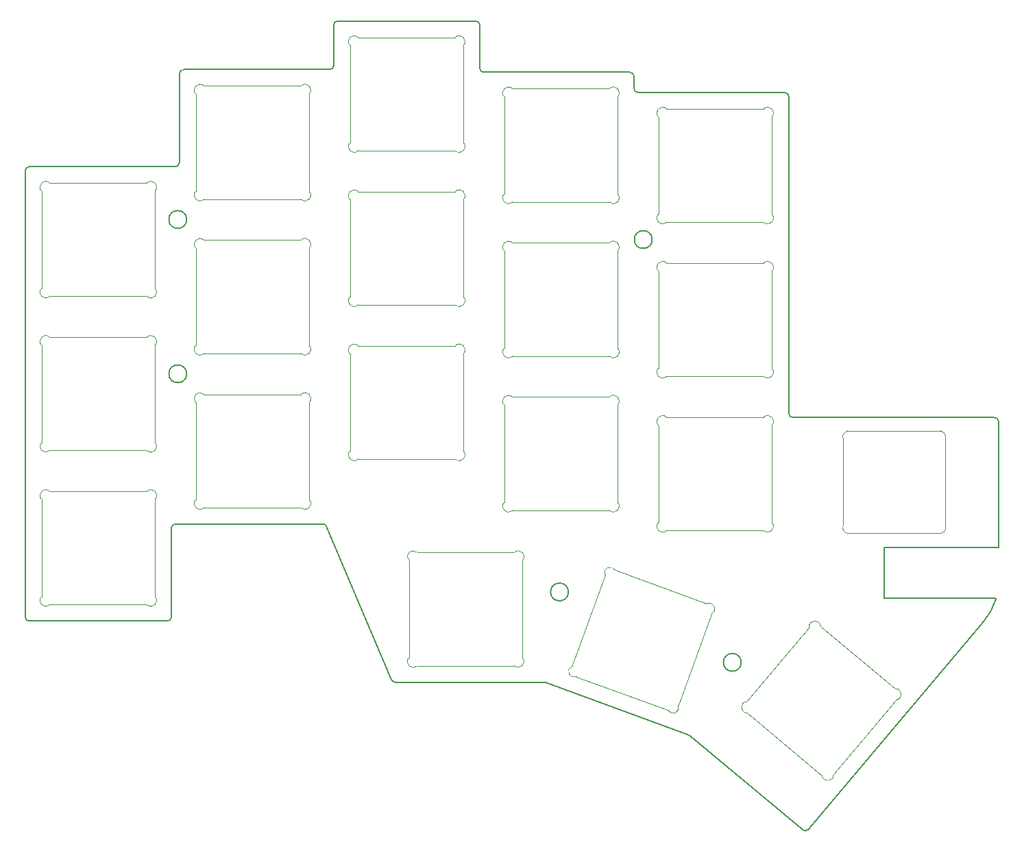
<source format=gm1>
%TF.GenerationSoftware,KiCad,Pcbnew,7.0.9*%
%TF.CreationDate,2024-06-07T00:05:01+05:30*%
%TF.ProjectId,UniFi - Plate,556e6946-6920-42d2-9050-6c6174652e6b,rev?*%
%TF.SameCoordinates,Original*%
%TF.FileFunction,Profile,NP*%
%FSLAX46Y46*%
G04 Gerber Fmt 4.6, Leading zero omitted, Abs format (unit mm)*
G04 Created by KiCad (PCBNEW 7.0.9) date 2024-06-07 00:05:01*
%MOMM*%
%LPD*%
G01*
G04 APERTURE LIST*
%TA.AperFunction,Profile*%
%ADD10C,0.200000*%
%TD*%
%TA.AperFunction,Profile*%
%ADD11C,0.100000*%
%TD*%
G04 APERTURE END LIST*
D10*
X138853554Y-56335046D02*
G75*
G03*
X138353553Y-55835046I-499954J46D01*
G01*
X119803553Y-55335046D02*
X119803553Y-49996447D01*
X145902719Y-137886080D02*
G75*
G03*
X145439608Y-137644995I-1146919J-1637820D01*
G01*
X127391965Y-131196447D02*
X118064444Y-131196447D01*
X119803553Y-49996447D02*
G75*
G03*
X119303553Y-49496447I-499953J47D01*
G01*
X158000000Y-98000000D02*
G75*
G03*
X158500000Y-98500000I500000J0D01*
G01*
X83203553Y-55496447D02*
X91728553Y-55496447D01*
X119803555Y-55335046D02*
G75*
G03*
X120303552Y-55835045I500045J46D01*
G01*
X101253554Y-55496454D02*
G75*
G03*
X101753554Y-54996447I-154J500154D01*
G01*
X108910225Y-130891561D02*
X100882773Y-111951332D01*
X83600000Y-74025000D02*
G75*
G03*
X83600000Y-74025000I-1100000J0D01*
G01*
X91728553Y-111646446D02*
X82203553Y-111646446D01*
X148971433Y-58350000D02*
X157496433Y-58350000D01*
X183900000Y-105900000D02*
X183900000Y-114550000D01*
X129828553Y-55835046D02*
X138353553Y-55835046D01*
X181674447Y-124137024D02*
X181989419Y-123782099D01*
X110778553Y-49496447D02*
X119303553Y-49496447D01*
X139353553Y-58335046D02*
X148971433Y-58350000D01*
X83203553Y-55496453D02*
G75*
G03*
X82703553Y-55996447I-153J-499847D01*
G01*
X108910212Y-130891566D02*
G75*
G03*
X109370584Y-131196447I460388J195166D01*
G01*
X127909601Y-131264601D02*
G75*
G03*
X127391965Y-131196447I-517601J-1931399D01*
G01*
X102253553Y-49496447D02*
X110778553Y-49496447D01*
X82703553Y-66996447D02*
X82703553Y-55996447D01*
X183900000Y-105900000D02*
X183900000Y-99000000D01*
X130750000Y-120050000D02*
G75*
G03*
X130750000Y-120050000I-1100000J0D01*
G01*
X169800000Y-120850000D02*
X169800000Y-114550000D01*
X72678553Y-123646447D02*
X64153553Y-123646447D01*
X83600000Y-93100000D02*
G75*
G03*
X83600000Y-93100000I-1100000J0D01*
G01*
X152100000Y-128750000D02*
G75*
G03*
X152100000Y-128750000I-1100000J0D01*
G01*
X183900000Y-99000000D02*
G75*
G03*
X183400000Y-98500000I-500000J0D01*
G01*
X169800000Y-120850000D02*
X183600000Y-120850000D01*
X82203553Y-67496452D02*
G75*
G03*
X82703552Y-66996448I47J499952D01*
G01*
X81203554Y-123646454D02*
G75*
G03*
X81703554Y-123146447I-154J500154D01*
G01*
X141100000Y-76503600D02*
G75*
G03*
X141100000Y-76503600I-1100000J0D01*
G01*
X63653553Y-123146447D02*
X63653553Y-67996448D01*
X183400000Y-98500000D02*
X158500000Y-98500000D01*
X181991907Y-123784247D02*
G75*
G03*
X183590708Y-120847284I-5955107J5145447D01*
G01*
X64153553Y-67496447D02*
X72678553Y-67496447D01*
X120303553Y-55835046D02*
X129828553Y-55835046D01*
X91728553Y-55496447D02*
X101253554Y-55496447D01*
X183900000Y-114550000D02*
X169800000Y-114550000D01*
X159685028Y-149454925D02*
X159500000Y-149300000D01*
X82203553Y-111646454D02*
G75*
G03*
X81703554Y-112146447I-153J-499846D01*
G01*
X138853554Y-57835046D02*
G75*
G03*
X139353553Y-58335046I500046J46D01*
G01*
X100882791Y-111951325D02*
G75*
G03*
X100422413Y-111646447I-460391J-195175D01*
G01*
X181674447Y-124137024D02*
X160389445Y-149393296D01*
X81703554Y-112146446D02*
X81703554Y-123146447D01*
X157996433Y-58853567D02*
G75*
G03*
X157496433Y-58353567I-499933J67D01*
G01*
X101753553Y-54996447D02*
X101753553Y-49996447D01*
X118064444Y-131196447D02*
X109370584Y-131196447D01*
X81203554Y-123646447D02*
X72678553Y-123646447D01*
X157996433Y-58853567D02*
X158000000Y-98000000D01*
X159685009Y-149454948D02*
G75*
G03*
X160389444Y-149393295I321391J383048D01*
G01*
X72678553Y-67496447D02*
X82203553Y-67496447D01*
X64153553Y-67496353D02*
G75*
G03*
X63653553Y-67996447I47J-500047D01*
G01*
X145439608Y-137644995D02*
X127909603Y-131264595D01*
X159500000Y-149300000D02*
X145902721Y-137886077D01*
X63653553Y-123146447D02*
G75*
G03*
X64153553Y-123646447I500047J47D01*
G01*
X138853553Y-56335046D02*
X138853553Y-57835046D01*
X100422414Y-111646446D02*
X91728553Y-111646446D01*
X102253553Y-49496453D02*
G75*
G03*
X101753553Y-49996447I-153J-499847D01*
G01*
D11*
%TO.C,REF\u002A\u002A*%
X141878600Y-111460000D02*
X141878600Y-99460000D01*
X142878600Y-98460000D02*
X154878600Y-98460000D01*
X154878600Y-112460000D02*
X142878600Y-112460000D01*
X155878600Y-99460000D02*
X155878600Y-111460000D01*
X142878599Y-98460001D02*
G75*
G03*
X141878601Y-99459999I-499999J-499999D01*
G01*
X141878601Y-111460001D02*
G75*
G03*
X142878599Y-112459999I499999J-499999D01*
G01*
X155878599Y-99459999D02*
G75*
G03*
X154878601Y-98460001I-499999J499999D01*
G01*
X154878601Y-112459999D02*
G75*
G03*
X155878599Y-111460001I499999J499999D01*
G01*
X103778600Y-102621400D02*
X103778600Y-90621400D01*
X104778600Y-89621400D02*
X116778600Y-89621400D01*
X116778600Y-103621400D02*
X104778600Y-103621400D01*
X117778600Y-90621400D02*
X117778600Y-102621400D01*
X104778599Y-89621401D02*
G75*
G03*
X103778601Y-90621399I-499999J-499999D01*
G01*
X103778601Y-102621401D02*
G75*
G03*
X104778599Y-103621399I499999J-499999D01*
G01*
X117778599Y-90621399D02*
G75*
G03*
X116778601Y-89621401I-499999J499999D01*
G01*
X116778601Y-103621399D02*
G75*
G03*
X117778599Y-102621401I499999J499999D01*
G01*
X111064600Y-128171400D02*
X111064600Y-116171400D01*
X112064600Y-115171400D02*
X124064600Y-115171400D01*
X124064600Y-129171400D02*
X112064600Y-129171400D01*
X125064600Y-116171400D02*
X125064600Y-128171400D01*
X112064599Y-115171401D02*
G75*
G03*
X111064601Y-116171399I-499999J-499999D01*
G01*
X111064601Y-128171401D02*
G75*
G03*
X112064599Y-129171399I499999J-499999D01*
G01*
X125064599Y-116171399D02*
G75*
G03*
X124064601Y-115171401I-499999J499999D01*
G01*
X124064601Y-129171399D02*
G75*
G03*
X125064599Y-128171401I499999J499999D01*
G01*
X103778600Y-64521400D02*
X103778600Y-52521400D01*
X104778600Y-51521400D02*
X116778600Y-51521400D01*
X116778600Y-65521400D02*
X104778600Y-65521400D01*
X117778600Y-52521400D02*
X117778600Y-64521400D01*
X104778599Y-51521401D02*
G75*
G03*
X103778601Y-52521399I-499999J-499999D01*
G01*
X103778601Y-64521401D02*
G75*
G03*
X104778599Y-65521399I499999J-499999D01*
G01*
X117778599Y-52521399D02*
G75*
G03*
X116778601Y-51521401I-499999J499999D01*
G01*
X116778601Y-65521399D02*
G75*
G03*
X117778599Y-64521401I499999J499999D01*
G01*
X141878600Y-73360000D02*
X141878600Y-61360000D01*
X142878600Y-60360000D02*
X154878600Y-60360000D01*
X154878600Y-74360000D02*
X142878600Y-74360000D01*
X155878600Y-61360000D02*
X155878600Y-73360000D01*
X142878599Y-60360001D02*
G75*
G03*
X141878601Y-61359999I-499999J-499999D01*
G01*
X141878601Y-73360001D02*
G75*
G03*
X142878599Y-74359999I499999J-499999D01*
G01*
X155878599Y-61359999D02*
G75*
G03*
X154878601Y-60360001I-499999J499999D01*
G01*
X154878601Y-74359999D02*
G75*
G03*
X155878599Y-73360001I499999J499999D01*
G01*
X122828600Y-70860000D02*
X122828600Y-58860000D01*
X123828600Y-57860000D02*
X135828600Y-57860000D01*
X135828600Y-71860000D02*
X123828600Y-71860000D01*
X136828600Y-58860000D02*
X136828600Y-70860000D01*
X123828599Y-57860001D02*
G75*
G03*
X122828601Y-58859999I-499999J-499999D01*
G01*
X122828601Y-70860001D02*
G75*
G03*
X123828599Y-71859999I499999J-499999D01*
G01*
X136828599Y-58859999D02*
G75*
G03*
X135828601Y-57860001I-499999J499999D01*
G01*
X135828601Y-71859999D02*
G75*
G03*
X136828599Y-70860001I499999J499999D01*
G01*
X141878600Y-92410000D02*
X141878600Y-80410000D01*
X142878600Y-79410000D02*
X154878600Y-79410000D01*
X154878600Y-93410000D02*
X142878600Y-93410000D01*
X155878600Y-80410000D02*
X155878600Y-92410000D01*
X142878599Y-79410001D02*
G75*
G03*
X141878601Y-80409999I-499999J-499999D01*
G01*
X141878601Y-92410001D02*
G75*
G03*
X142878599Y-93409999I499999J-499999D01*
G01*
X155878599Y-80409999D02*
G75*
G03*
X154878601Y-79410001I-499999J499999D01*
G01*
X154878601Y-93409999D02*
G75*
G03*
X155878599Y-92410001I499999J499999D01*
G01*
X161903247Y-124280963D02*
X171095780Y-131994415D01*
X171219037Y-133403247D02*
X163505585Y-142595780D01*
X152780963Y-133596753D02*
X160494415Y-124404220D01*
X162096753Y-142719037D02*
X152904220Y-135005585D01*
X171219037Y-133403246D02*
G75*
G03*
X171095780Y-131994416I-61629J704415D01*
G01*
X161903246Y-124280963D02*
G75*
G03*
X160494416Y-124404220I-704415J-61629D01*
G01*
X162096754Y-142719037D02*
G75*
G03*
X163505584Y-142595780I704415J61629D01*
G01*
X152780963Y-133596754D02*
G75*
G03*
X152904220Y-135005584I61629J-704415D01*
G01*
X122828600Y-89910000D02*
X122828600Y-77910000D01*
X123828600Y-76910000D02*
X135828600Y-76910000D01*
X135828600Y-90910000D02*
X123828600Y-90910000D01*
X136828600Y-77910000D02*
X136828600Y-89910000D01*
X123828599Y-76910001D02*
G75*
G03*
X122828601Y-77909999I-499999J-499999D01*
G01*
X122828601Y-89910001D02*
G75*
G03*
X123828599Y-90909999I499999J-499999D01*
G01*
X136828599Y-77909999D02*
G75*
G03*
X135828601Y-76910001I-499999J499999D01*
G01*
X135828601Y-90909999D02*
G75*
G03*
X136828599Y-89910001I499999J499999D01*
G01*
X65678600Y-101571400D02*
X65678600Y-89571400D01*
X66678600Y-88571400D02*
X78678600Y-88571400D01*
X78678600Y-102571400D02*
X66678600Y-102571400D01*
X79678600Y-89571400D02*
X79678600Y-101571400D01*
X66678599Y-88571401D02*
G75*
G03*
X65678601Y-89571399I-499999J-499999D01*
G01*
X65678601Y-101571401D02*
G75*
G03*
X66678599Y-102571399I499999J-499999D01*
G01*
X79678599Y-89571399D02*
G75*
G03*
X78678601Y-88571401I-499999J499999D01*
G01*
X78678601Y-102571399D02*
G75*
G03*
X79678599Y-101571401I499999J499999D01*
G01*
X131170031Y-129244015D02*
X135274273Y-117967703D01*
X136555985Y-117370031D02*
X147832297Y-121474273D01*
X143044015Y-134629969D02*
X131767703Y-130525727D01*
X148429969Y-122755985D02*
X144325727Y-134032297D01*
X136555985Y-117370031D02*
G75*
G03*
X135274273Y-117967703I-640856J-298836D01*
G01*
X131170031Y-129244015D02*
G75*
G03*
X131767703Y-130525727I298836J-640856D01*
G01*
X148429969Y-122755985D02*
G75*
G03*
X147832297Y-121474273I-298836J640856D01*
G01*
X143044015Y-134629969D02*
G75*
G03*
X144325727Y-134032297I640856J298836D01*
G01*
X164700000Y-111800000D02*
X164700000Y-101200000D01*
X165700000Y-100200000D02*
X176300000Y-100200000D01*
X176300000Y-112800000D02*
X165700000Y-112800000D01*
X177300000Y-101200000D02*
X177300000Y-111800000D01*
X165700000Y-100200001D02*
G75*
G03*
X164700001Y-101200000I-299999J-700000D01*
G01*
X164700001Y-111800000D02*
G75*
G03*
X165700000Y-112799999I700000J-299999D01*
G01*
X177300000Y-101200000D02*
G75*
G03*
X176300000Y-100200000I-700000J300000D01*
G01*
X176300000Y-112800000D02*
G75*
G03*
X177300000Y-111800000I300000J700000D01*
G01*
X84728600Y-89571400D02*
X84728600Y-77571400D01*
X85728600Y-76571400D02*
X97728600Y-76571400D01*
X97728600Y-90571400D02*
X85728600Y-90571400D01*
X98728600Y-77571400D02*
X98728600Y-89571400D01*
X85728599Y-76571401D02*
G75*
G03*
X84728601Y-77571399I-499999J-499999D01*
G01*
X84728601Y-89571401D02*
G75*
G03*
X85728599Y-90571399I499999J-499999D01*
G01*
X98728599Y-77571399D02*
G75*
G03*
X97728601Y-76571401I-499999J499999D01*
G01*
X97728601Y-90571399D02*
G75*
G03*
X98728599Y-89571401I499999J499999D01*
G01*
X84728600Y-70521400D02*
X84728600Y-58521400D01*
X85728600Y-57521400D02*
X97728600Y-57521400D01*
X97728600Y-71521400D02*
X85728600Y-71521400D01*
X98728600Y-58521400D02*
X98728600Y-70521400D01*
X85728599Y-57521401D02*
G75*
G03*
X84728601Y-58521399I-499999J-499999D01*
G01*
X84728601Y-70521401D02*
G75*
G03*
X85728599Y-71521399I499999J-499999D01*
G01*
X98728599Y-58521399D02*
G75*
G03*
X97728601Y-57521401I-499999J499999D01*
G01*
X97728601Y-71521399D02*
G75*
G03*
X98728599Y-70521401I499999J499999D01*
G01*
X65678600Y-82521400D02*
X65678600Y-70521400D01*
X66678600Y-69521400D02*
X78678600Y-69521400D01*
X78678600Y-83521400D02*
X66678600Y-83521400D01*
X79678600Y-70521400D02*
X79678600Y-82521400D01*
X66678599Y-69521401D02*
G75*
G03*
X65678601Y-70521399I-499999J-499999D01*
G01*
X65678601Y-82521401D02*
G75*
G03*
X66678599Y-83521399I499999J-499999D01*
G01*
X79678599Y-70521399D02*
G75*
G03*
X78678601Y-69521401I-499999J499999D01*
G01*
X78678601Y-83521399D02*
G75*
G03*
X79678599Y-82521401I499999J499999D01*
G01*
X65678600Y-120621400D02*
X65678600Y-108621400D01*
X66678600Y-107621400D02*
X78678600Y-107621400D01*
X78678600Y-121621400D02*
X66678600Y-121621400D01*
X79678600Y-108621400D02*
X79678600Y-120621400D01*
X66678599Y-107621401D02*
G75*
G03*
X65678601Y-108621399I-499999J-499999D01*
G01*
X65678601Y-120621401D02*
G75*
G03*
X66678599Y-121621399I499999J-499999D01*
G01*
X79678599Y-108621399D02*
G75*
G03*
X78678601Y-107621401I-499999J499999D01*
G01*
X78678601Y-121621399D02*
G75*
G03*
X79678599Y-120621401I499999J499999D01*
G01*
X103778600Y-83571400D02*
X103778600Y-71571400D01*
X104778600Y-70571400D02*
X116778600Y-70571400D01*
X116778600Y-84571400D02*
X104778600Y-84571400D01*
X117778600Y-71571400D02*
X117778600Y-83571400D01*
X104778599Y-70571401D02*
G75*
G03*
X103778601Y-71571399I-499999J-499999D01*
G01*
X103778601Y-83571401D02*
G75*
G03*
X104778599Y-84571399I499999J-499999D01*
G01*
X117778599Y-71571399D02*
G75*
G03*
X116778601Y-70571401I-499999J499999D01*
G01*
X116778601Y-84571399D02*
G75*
G03*
X117778599Y-83571401I499999J499999D01*
G01*
X84728600Y-108631400D02*
X84728600Y-96631400D01*
X85728600Y-95631400D02*
X97728600Y-95631400D01*
X97728600Y-109631400D02*
X85728600Y-109631400D01*
X98728600Y-96631400D02*
X98728600Y-108631400D01*
X85728599Y-95631401D02*
G75*
G03*
X84728601Y-96631399I-499999J-499999D01*
G01*
X84728601Y-108631401D02*
G75*
G03*
X85728599Y-109631399I499999J-499999D01*
G01*
X98728599Y-96631399D02*
G75*
G03*
X97728601Y-95631401I-499999J499999D01*
G01*
X97728601Y-109631399D02*
G75*
G03*
X98728599Y-108631401I499999J499999D01*
G01*
X122828600Y-108960000D02*
X122828600Y-96960000D01*
X123828600Y-95960000D02*
X135828600Y-95960000D01*
X135828600Y-109960000D02*
X123828600Y-109960000D01*
X136828600Y-96960000D02*
X136828600Y-108960000D01*
X123828599Y-95960001D02*
G75*
G03*
X122828601Y-96959999I-499999J-499999D01*
G01*
X122828601Y-108960001D02*
G75*
G03*
X123828599Y-109959999I499999J-499999D01*
G01*
X136828599Y-96959999D02*
G75*
G03*
X135828601Y-95960001I-499999J499999D01*
G01*
X135828601Y-109959999D02*
G75*
G03*
X136828599Y-108960001I499999J499999D01*
G01*
%TD*%
M02*

</source>
